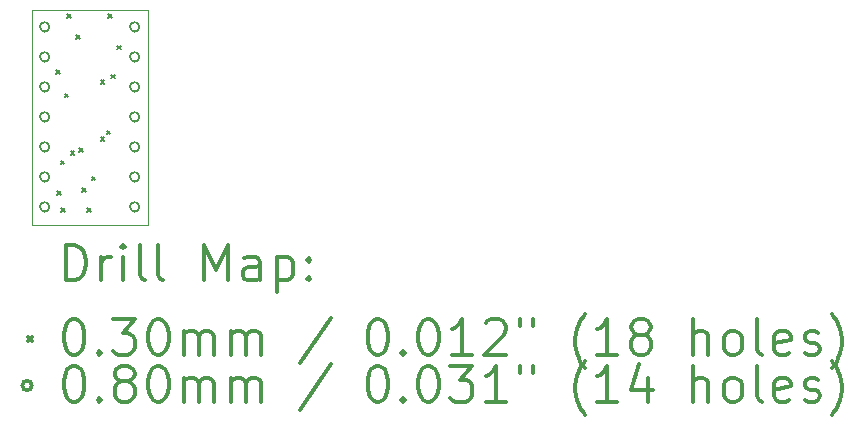
<source format=gbr>
%FSLAX45Y45*%
G04 Gerber Fmt 4.5, Leading zero omitted, Abs format (unit mm)*
G04 Created by KiCad (PCBNEW (5.1.5)-3) date 2020-07-23 01:10:51*
%MOMM*%
%LPD*%
G04 APERTURE LIST*
%TA.AperFunction,Profile*%
%ADD10C,0.050000*%
%TD*%
%ADD11C,0.200000*%
%ADD12C,0.300000*%
G04 APERTURE END LIST*
D10*
X11950700Y-9467850D02*
X11950700Y-7645400D01*
X12928600Y-9467850D02*
X11950700Y-9467850D01*
X12928600Y-7645400D02*
X12928600Y-9467850D01*
X11950700Y-7645400D02*
X12928600Y-7645400D01*
D11*
X12154350Y-8154700D02*
X12184350Y-8184700D01*
X12184350Y-8154700D02*
X12154350Y-8184700D01*
X12164300Y-9179800D02*
X12194300Y-9209800D01*
X12194300Y-9179800D02*
X12164300Y-9209800D01*
X12191300Y-8924200D02*
X12221300Y-8954200D01*
X12221300Y-8924200D02*
X12191300Y-8954200D01*
X12196050Y-9325850D02*
X12226050Y-9355850D01*
X12226050Y-9325850D02*
X12196050Y-9355850D01*
X12227800Y-8354300D02*
X12257800Y-8384300D01*
X12257800Y-8354300D02*
X12227800Y-8384300D01*
X12246850Y-7681200D02*
X12276850Y-7711200D01*
X12276850Y-7681200D02*
X12246850Y-7711200D01*
X12278600Y-8843250D02*
X12308600Y-8873250D01*
X12308600Y-8843250D02*
X12278600Y-8873250D01*
X12322649Y-7859000D02*
X12352649Y-7889000D01*
X12352649Y-7859000D02*
X12322649Y-7889000D01*
X12348450Y-8817850D02*
X12378450Y-8847850D01*
X12378450Y-8817850D02*
X12348450Y-8847850D01*
X12373850Y-9154400D02*
X12403850Y-9184400D01*
X12403850Y-9154400D02*
X12373850Y-9184400D01*
X12418300Y-9325850D02*
X12448300Y-9355850D01*
X12448300Y-9325850D02*
X12418300Y-9355850D01*
X12456400Y-9059150D02*
X12486400Y-9089150D01*
X12486400Y-9059150D02*
X12456400Y-9089150D01*
X12532600Y-8240000D02*
X12562600Y-8270000D01*
X12562600Y-8240000D02*
X12532600Y-8270000D01*
X12532600Y-8722600D02*
X12562600Y-8752600D01*
X12562600Y-8722600D02*
X12532600Y-8752600D01*
X12580860Y-8670530D02*
X12610860Y-8700530D01*
X12610860Y-8670530D02*
X12580860Y-8700530D01*
X12596100Y-7681200D02*
X12626100Y-7711200D01*
X12626100Y-7681200D02*
X12596100Y-7711200D01*
X12619650Y-8193700D02*
X12649650Y-8223700D01*
X12649650Y-8193700D02*
X12619650Y-8223700D01*
X12672300Y-7947900D02*
X12702300Y-7977900D01*
X12702300Y-7947900D02*
X12672300Y-7977900D01*
X12096850Y-7790200D02*
G75*
G03X12096850Y-7790200I-40000J0D01*
G01*
X12096850Y-8044200D02*
G75*
G03X12096850Y-8044200I-40000J0D01*
G01*
X12096850Y-8298200D02*
G75*
G03X12096850Y-8298200I-40000J0D01*
G01*
X12096850Y-8552200D02*
G75*
G03X12096850Y-8552200I-40000J0D01*
G01*
X12096850Y-8806200D02*
G75*
G03X12096850Y-8806200I-40000J0D01*
G01*
X12096850Y-9060200D02*
G75*
G03X12096850Y-9060200I-40000J0D01*
G01*
X12096850Y-9314200D02*
G75*
G03X12096850Y-9314200I-40000J0D01*
G01*
X12858850Y-7790200D02*
G75*
G03X12858850Y-7790200I-40000J0D01*
G01*
X12858850Y-8044200D02*
G75*
G03X12858850Y-8044200I-40000J0D01*
G01*
X12858850Y-8298200D02*
G75*
G03X12858850Y-8298200I-40000J0D01*
G01*
X12858850Y-8552200D02*
G75*
G03X12858850Y-8552200I-40000J0D01*
G01*
X12858850Y-8806200D02*
G75*
G03X12858850Y-8806200I-40000J0D01*
G01*
X12858850Y-9060200D02*
G75*
G03X12858850Y-9060200I-40000J0D01*
G01*
X12858850Y-9314200D02*
G75*
G03X12858850Y-9314200I-40000J0D01*
G01*
D12*
X12234628Y-9936064D02*
X12234628Y-9636064D01*
X12306057Y-9636064D01*
X12348914Y-9650350D01*
X12377486Y-9678922D01*
X12391771Y-9707493D01*
X12406057Y-9764636D01*
X12406057Y-9807493D01*
X12391771Y-9864636D01*
X12377486Y-9893207D01*
X12348914Y-9921779D01*
X12306057Y-9936064D01*
X12234628Y-9936064D01*
X12534628Y-9936064D02*
X12534628Y-9736064D01*
X12534628Y-9793207D02*
X12548914Y-9764636D01*
X12563200Y-9750350D01*
X12591771Y-9736064D01*
X12620343Y-9736064D01*
X12720343Y-9936064D02*
X12720343Y-9736064D01*
X12720343Y-9636064D02*
X12706057Y-9650350D01*
X12720343Y-9664636D01*
X12734628Y-9650350D01*
X12720343Y-9636064D01*
X12720343Y-9664636D01*
X12906057Y-9936064D02*
X12877486Y-9921779D01*
X12863200Y-9893207D01*
X12863200Y-9636064D01*
X13063200Y-9936064D02*
X13034628Y-9921779D01*
X13020343Y-9893207D01*
X13020343Y-9636064D01*
X13406057Y-9936064D02*
X13406057Y-9636064D01*
X13506057Y-9850350D01*
X13606057Y-9636064D01*
X13606057Y-9936064D01*
X13877486Y-9936064D02*
X13877486Y-9778922D01*
X13863200Y-9750350D01*
X13834628Y-9736064D01*
X13777486Y-9736064D01*
X13748914Y-9750350D01*
X13877486Y-9921779D02*
X13848914Y-9936064D01*
X13777486Y-9936064D01*
X13748914Y-9921779D01*
X13734628Y-9893207D01*
X13734628Y-9864636D01*
X13748914Y-9836064D01*
X13777486Y-9821779D01*
X13848914Y-9821779D01*
X13877486Y-9807493D01*
X14020343Y-9736064D02*
X14020343Y-10036064D01*
X14020343Y-9750350D02*
X14048914Y-9736064D01*
X14106057Y-9736064D01*
X14134628Y-9750350D01*
X14148914Y-9764636D01*
X14163200Y-9793207D01*
X14163200Y-9878922D01*
X14148914Y-9907493D01*
X14134628Y-9921779D01*
X14106057Y-9936064D01*
X14048914Y-9936064D01*
X14020343Y-9921779D01*
X14291771Y-9907493D02*
X14306057Y-9921779D01*
X14291771Y-9936064D01*
X14277486Y-9921779D01*
X14291771Y-9907493D01*
X14291771Y-9936064D01*
X14291771Y-9750350D02*
X14306057Y-9764636D01*
X14291771Y-9778922D01*
X14277486Y-9764636D01*
X14291771Y-9750350D01*
X14291771Y-9778922D01*
X11918200Y-10415350D02*
X11948200Y-10445350D01*
X11948200Y-10415350D02*
X11918200Y-10445350D01*
X12291771Y-10266064D02*
X12320343Y-10266064D01*
X12348914Y-10280350D01*
X12363200Y-10294636D01*
X12377486Y-10323207D01*
X12391771Y-10380350D01*
X12391771Y-10451779D01*
X12377486Y-10508922D01*
X12363200Y-10537493D01*
X12348914Y-10551779D01*
X12320343Y-10566064D01*
X12291771Y-10566064D01*
X12263200Y-10551779D01*
X12248914Y-10537493D01*
X12234628Y-10508922D01*
X12220343Y-10451779D01*
X12220343Y-10380350D01*
X12234628Y-10323207D01*
X12248914Y-10294636D01*
X12263200Y-10280350D01*
X12291771Y-10266064D01*
X12520343Y-10537493D02*
X12534628Y-10551779D01*
X12520343Y-10566064D01*
X12506057Y-10551779D01*
X12520343Y-10537493D01*
X12520343Y-10566064D01*
X12634628Y-10266064D02*
X12820343Y-10266064D01*
X12720343Y-10380350D01*
X12763200Y-10380350D01*
X12791771Y-10394636D01*
X12806057Y-10408922D01*
X12820343Y-10437493D01*
X12820343Y-10508922D01*
X12806057Y-10537493D01*
X12791771Y-10551779D01*
X12763200Y-10566064D01*
X12677486Y-10566064D01*
X12648914Y-10551779D01*
X12634628Y-10537493D01*
X13006057Y-10266064D02*
X13034628Y-10266064D01*
X13063200Y-10280350D01*
X13077486Y-10294636D01*
X13091771Y-10323207D01*
X13106057Y-10380350D01*
X13106057Y-10451779D01*
X13091771Y-10508922D01*
X13077486Y-10537493D01*
X13063200Y-10551779D01*
X13034628Y-10566064D01*
X13006057Y-10566064D01*
X12977486Y-10551779D01*
X12963200Y-10537493D01*
X12948914Y-10508922D01*
X12934628Y-10451779D01*
X12934628Y-10380350D01*
X12948914Y-10323207D01*
X12963200Y-10294636D01*
X12977486Y-10280350D01*
X13006057Y-10266064D01*
X13234628Y-10566064D02*
X13234628Y-10366064D01*
X13234628Y-10394636D02*
X13248914Y-10380350D01*
X13277486Y-10366064D01*
X13320343Y-10366064D01*
X13348914Y-10380350D01*
X13363200Y-10408922D01*
X13363200Y-10566064D01*
X13363200Y-10408922D02*
X13377486Y-10380350D01*
X13406057Y-10366064D01*
X13448914Y-10366064D01*
X13477486Y-10380350D01*
X13491771Y-10408922D01*
X13491771Y-10566064D01*
X13634628Y-10566064D02*
X13634628Y-10366064D01*
X13634628Y-10394636D02*
X13648914Y-10380350D01*
X13677486Y-10366064D01*
X13720343Y-10366064D01*
X13748914Y-10380350D01*
X13763200Y-10408922D01*
X13763200Y-10566064D01*
X13763200Y-10408922D02*
X13777486Y-10380350D01*
X13806057Y-10366064D01*
X13848914Y-10366064D01*
X13877486Y-10380350D01*
X13891771Y-10408922D01*
X13891771Y-10566064D01*
X14477486Y-10251779D02*
X14220343Y-10637493D01*
X14863200Y-10266064D02*
X14891771Y-10266064D01*
X14920343Y-10280350D01*
X14934628Y-10294636D01*
X14948914Y-10323207D01*
X14963200Y-10380350D01*
X14963200Y-10451779D01*
X14948914Y-10508922D01*
X14934628Y-10537493D01*
X14920343Y-10551779D01*
X14891771Y-10566064D01*
X14863200Y-10566064D01*
X14834628Y-10551779D01*
X14820343Y-10537493D01*
X14806057Y-10508922D01*
X14791771Y-10451779D01*
X14791771Y-10380350D01*
X14806057Y-10323207D01*
X14820343Y-10294636D01*
X14834628Y-10280350D01*
X14863200Y-10266064D01*
X15091771Y-10537493D02*
X15106057Y-10551779D01*
X15091771Y-10566064D01*
X15077486Y-10551779D01*
X15091771Y-10537493D01*
X15091771Y-10566064D01*
X15291771Y-10266064D02*
X15320343Y-10266064D01*
X15348914Y-10280350D01*
X15363200Y-10294636D01*
X15377486Y-10323207D01*
X15391771Y-10380350D01*
X15391771Y-10451779D01*
X15377486Y-10508922D01*
X15363200Y-10537493D01*
X15348914Y-10551779D01*
X15320343Y-10566064D01*
X15291771Y-10566064D01*
X15263200Y-10551779D01*
X15248914Y-10537493D01*
X15234628Y-10508922D01*
X15220343Y-10451779D01*
X15220343Y-10380350D01*
X15234628Y-10323207D01*
X15248914Y-10294636D01*
X15263200Y-10280350D01*
X15291771Y-10266064D01*
X15677486Y-10566064D02*
X15506057Y-10566064D01*
X15591771Y-10566064D02*
X15591771Y-10266064D01*
X15563200Y-10308922D01*
X15534628Y-10337493D01*
X15506057Y-10351779D01*
X15791771Y-10294636D02*
X15806057Y-10280350D01*
X15834628Y-10266064D01*
X15906057Y-10266064D01*
X15934628Y-10280350D01*
X15948914Y-10294636D01*
X15963200Y-10323207D01*
X15963200Y-10351779D01*
X15948914Y-10394636D01*
X15777486Y-10566064D01*
X15963200Y-10566064D01*
X16077486Y-10266064D02*
X16077486Y-10323207D01*
X16191771Y-10266064D02*
X16191771Y-10323207D01*
X16634628Y-10680350D02*
X16620343Y-10666064D01*
X16591771Y-10623207D01*
X16577486Y-10594636D01*
X16563200Y-10551779D01*
X16548914Y-10480350D01*
X16548914Y-10423207D01*
X16563200Y-10351779D01*
X16577486Y-10308922D01*
X16591771Y-10280350D01*
X16620343Y-10237493D01*
X16634628Y-10223207D01*
X16906057Y-10566064D02*
X16734628Y-10566064D01*
X16820343Y-10566064D02*
X16820343Y-10266064D01*
X16791771Y-10308922D01*
X16763200Y-10337493D01*
X16734628Y-10351779D01*
X17077486Y-10394636D02*
X17048914Y-10380350D01*
X17034628Y-10366064D01*
X17020343Y-10337493D01*
X17020343Y-10323207D01*
X17034628Y-10294636D01*
X17048914Y-10280350D01*
X17077486Y-10266064D01*
X17134628Y-10266064D01*
X17163200Y-10280350D01*
X17177486Y-10294636D01*
X17191771Y-10323207D01*
X17191771Y-10337493D01*
X17177486Y-10366064D01*
X17163200Y-10380350D01*
X17134628Y-10394636D01*
X17077486Y-10394636D01*
X17048914Y-10408922D01*
X17034628Y-10423207D01*
X17020343Y-10451779D01*
X17020343Y-10508922D01*
X17034628Y-10537493D01*
X17048914Y-10551779D01*
X17077486Y-10566064D01*
X17134628Y-10566064D01*
X17163200Y-10551779D01*
X17177486Y-10537493D01*
X17191771Y-10508922D01*
X17191771Y-10451779D01*
X17177486Y-10423207D01*
X17163200Y-10408922D01*
X17134628Y-10394636D01*
X17548914Y-10566064D02*
X17548914Y-10266064D01*
X17677486Y-10566064D02*
X17677486Y-10408922D01*
X17663200Y-10380350D01*
X17634628Y-10366064D01*
X17591771Y-10366064D01*
X17563200Y-10380350D01*
X17548914Y-10394636D01*
X17863200Y-10566064D02*
X17834628Y-10551779D01*
X17820343Y-10537493D01*
X17806057Y-10508922D01*
X17806057Y-10423207D01*
X17820343Y-10394636D01*
X17834628Y-10380350D01*
X17863200Y-10366064D01*
X17906057Y-10366064D01*
X17934628Y-10380350D01*
X17948914Y-10394636D01*
X17963200Y-10423207D01*
X17963200Y-10508922D01*
X17948914Y-10537493D01*
X17934628Y-10551779D01*
X17906057Y-10566064D01*
X17863200Y-10566064D01*
X18134628Y-10566064D02*
X18106057Y-10551779D01*
X18091771Y-10523207D01*
X18091771Y-10266064D01*
X18363200Y-10551779D02*
X18334628Y-10566064D01*
X18277486Y-10566064D01*
X18248914Y-10551779D01*
X18234628Y-10523207D01*
X18234628Y-10408922D01*
X18248914Y-10380350D01*
X18277486Y-10366064D01*
X18334628Y-10366064D01*
X18363200Y-10380350D01*
X18377486Y-10408922D01*
X18377486Y-10437493D01*
X18234628Y-10466064D01*
X18491771Y-10551779D02*
X18520343Y-10566064D01*
X18577486Y-10566064D01*
X18606057Y-10551779D01*
X18620343Y-10523207D01*
X18620343Y-10508922D01*
X18606057Y-10480350D01*
X18577486Y-10466064D01*
X18534628Y-10466064D01*
X18506057Y-10451779D01*
X18491771Y-10423207D01*
X18491771Y-10408922D01*
X18506057Y-10380350D01*
X18534628Y-10366064D01*
X18577486Y-10366064D01*
X18606057Y-10380350D01*
X18720343Y-10680350D02*
X18734628Y-10666064D01*
X18763200Y-10623207D01*
X18777486Y-10594636D01*
X18791771Y-10551779D01*
X18806057Y-10480350D01*
X18806057Y-10423207D01*
X18791771Y-10351779D01*
X18777486Y-10308922D01*
X18763200Y-10280350D01*
X18734628Y-10237493D01*
X18720343Y-10223207D01*
X11948200Y-10826350D02*
G75*
G03X11948200Y-10826350I-40000J0D01*
G01*
X12291771Y-10662064D02*
X12320343Y-10662064D01*
X12348914Y-10676350D01*
X12363200Y-10690636D01*
X12377486Y-10719207D01*
X12391771Y-10776350D01*
X12391771Y-10847779D01*
X12377486Y-10904922D01*
X12363200Y-10933493D01*
X12348914Y-10947779D01*
X12320343Y-10962064D01*
X12291771Y-10962064D01*
X12263200Y-10947779D01*
X12248914Y-10933493D01*
X12234628Y-10904922D01*
X12220343Y-10847779D01*
X12220343Y-10776350D01*
X12234628Y-10719207D01*
X12248914Y-10690636D01*
X12263200Y-10676350D01*
X12291771Y-10662064D01*
X12520343Y-10933493D02*
X12534628Y-10947779D01*
X12520343Y-10962064D01*
X12506057Y-10947779D01*
X12520343Y-10933493D01*
X12520343Y-10962064D01*
X12706057Y-10790636D02*
X12677486Y-10776350D01*
X12663200Y-10762064D01*
X12648914Y-10733493D01*
X12648914Y-10719207D01*
X12663200Y-10690636D01*
X12677486Y-10676350D01*
X12706057Y-10662064D01*
X12763200Y-10662064D01*
X12791771Y-10676350D01*
X12806057Y-10690636D01*
X12820343Y-10719207D01*
X12820343Y-10733493D01*
X12806057Y-10762064D01*
X12791771Y-10776350D01*
X12763200Y-10790636D01*
X12706057Y-10790636D01*
X12677486Y-10804922D01*
X12663200Y-10819207D01*
X12648914Y-10847779D01*
X12648914Y-10904922D01*
X12663200Y-10933493D01*
X12677486Y-10947779D01*
X12706057Y-10962064D01*
X12763200Y-10962064D01*
X12791771Y-10947779D01*
X12806057Y-10933493D01*
X12820343Y-10904922D01*
X12820343Y-10847779D01*
X12806057Y-10819207D01*
X12791771Y-10804922D01*
X12763200Y-10790636D01*
X13006057Y-10662064D02*
X13034628Y-10662064D01*
X13063200Y-10676350D01*
X13077486Y-10690636D01*
X13091771Y-10719207D01*
X13106057Y-10776350D01*
X13106057Y-10847779D01*
X13091771Y-10904922D01*
X13077486Y-10933493D01*
X13063200Y-10947779D01*
X13034628Y-10962064D01*
X13006057Y-10962064D01*
X12977486Y-10947779D01*
X12963200Y-10933493D01*
X12948914Y-10904922D01*
X12934628Y-10847779D01*
X12934628Y-10776350D01*
X12948914Y-10719207D01*
X12963200Y-10690636D01*
X12977486Y-10676350D01*
X13006057Y-10662064D01*
X13234628Y-10962064D02*
X13234628Y-10762064D01*
X13234628Y-10790636D02*
X13248914Y-10776350D01*
X13277486Y-10762064D01*
X13320343Y-10762064D01*
X13348914Y-10776350D01*
X13363200Y-10804922D01*
X13363200Y-10962064D01*
X13363200Y-10804922D02*
X13377486Y-10776350D01*
X13406057Y-10762064D01*
X13448914Y-10762064D01*
X13477486Y-10776350D01*
X13491771Y-10804922D01*
X13491771Y-10962064D01*
X13634628Y-10962064D02*
X13634628Y-10762064D01*
X13634628Y-10790636D02*
X13648914Y-10776350D01*
X13677486Y-10762064D01*
X13720343Y-10762064D01*
X13748914Y-10776350D01*
X13763200Y-10804922D01*
X13763200Y-10962064D01*
X13763200Y-10804922D02*
X13777486Y-10776350D01*
X13806057Y-10762064D01*
X13848914Y-10762064D01*
X13877486Y-10776350D01*
X13891771Y-10804922D01*
X13891771Y-10962064D01*
X14477486Y-10647779D02*
X14220343Y-11033493D01*
X14863200Y-10662064D02*
X14891771Y-10662064D01*
X14920343Y-10676350D01*
X14934628Y-10690636D01*
X14948914Y-10719207D01*
X14963200Y-10776350D01*
X14963200Y-10847779D01*
X14948914Y-10904922D01*
X14934628Y-10933493D01*
X14920343Y-10947779D01*
X14891771Y-10962064D01*
X14863200Y-10962064D01*
X14834628Y-10947779D01*
X14820343Y-10933493D01*
X14806057Y-10904922D01*
X14791771Y-10847779D01*
X14791771Y-10776350D01*
X14806057Y-10719207D01*
X14820343Y-10690636D01*
X14834628Y-10676350D01*
X14863200Y-10662064D01*
X15091771Y-10933493D02*
X15106057Y-10947779D01*
X15091771Y-10962064D01*
X15077486Y-10947779D01*
X15091771Y-10933493D01*
X15091771Y-10962064D01*
X15291771Y-10662064D02*
X15320343Y-10662064D01*
X15348914Y-10676350D01*
X15363200Y-10690636D01*
X15377486Y-10719207D01*
X15391771Y-10776350D01*
X15391771Y-10847779D01*
X15377486Y-10904922D01*
X15363200Y-10933493D01*
X15348914Y-10947779D01*
X15320343Y-10962064D01*
X15291771Y-10962064D01*
X15263200Y-10947779D01*
X15248914Y-10933493D01*
X15234628Y-10904922D01*
X15220343Y-10847779D01*
X15220343Y-10776350D01*
X15234628Y-10719207D01*
X15248914Y-10690636D01*
X15263200Y-10676350D01*
X15291771Y-10662064D01*
X15491771Y-10662064D02*
X15677486Y-10662064D01*
X15577486Y-10776350D01*
X15620343Y-10776350D01*
X15648914Y-10790636D01*
X15663200Y-10804922D01*
X15677486Y-10833493D01*
X15677486Y-10904922D01*
X15663200Y-10933493D01*
X15648914Y-10947779D01*
X15620343Y-10962064D01*
X15534628Y-10962064D01*
X15506057Y-10947779D01*
X15491771Y-10933493D01*
X15963200Y-10962064D02*
X15791771Y-10962064D01*
X15877486Y-10962064D02*
X15877486Y-10662064D01*
X15848914Y-10704922D01*
X15820343Y-10733493D01*
X15791771Y-10747779D01*
X16077486Y-10662064D02*
X16077486Y-10719207D01*
X16191771Y-10662064D02*
X16191771Y-10719207D01*
X16634628Y-11076350D02*
X16620343Y-11062064D01*
X16591771Y-11019207D01*
X16577486Y-10990636D01*
X16563200Y-10947779D01*
X16548914Y-10876350D01*
X16548914Y-10819207D01*
X16563200Y-10747779D01*
X16577486Y-10704922D01*
X16591771Y-10676350D01*
X16620343Y-10633493D01*
X16634628Y-10619207D01*
X16906057Y-10962064D02*
X16734628Y-10962064D01*
X16820343Y-10962064D02*
X16820343Y-10662064D01*
X16791771Y-10704922D01*
X16763200Y-10733493D01*
X16734628Y-10747779D01*
X17163200Y-10762064D02*
X17163200Y-10962064D01*
X17091771Y-10647779D02*
X17020343Y-10862064D01*
X17206057Y-10862064D01*
X17548914Y-10962064D02*
X17548914Y-10662064D01*
X17677486Y-10962064D02*
X17677486Y-10804922D01*
X17663200Y-10776350D01*
X17634628Y-10762064D01*
X17591771Y-10762064D01*
X17563200Y-10776350D01*
X17548914Y-10790636D01*
X17863200Y-10962064D02*
X17834628Y-10947779D01*
X17820343Y-10933493D01*
X17806057Y-10904922D01*
X17806057Y-10819207D01*
X17820343Y-10790636D01*
X17834628Y-10776350D01*
X17863200Y-10762064D01*
X17906057Y-10762064D01*
X17934628Y-10776350D01*
X17948914Y-10790636D01*
X17963200Y-10819207D01*
X17963200Y-10904922D01*
X17948914Y-10933493D01*
X17934628Y-10947779D01*
X17906057Y-10962064D01*
X17863200Y-10962064D01*
X18134628Y-10962064D02*
X18106057Y-10947779D01*
X18091771Y-10919207D01*
X18091771Y-10662064D01*
X18363200Y-10947779D02*
X18334628Y-10962064D01*
X18277486Y-10962064D01*
X18248914Y-10947779D01*
X18234628Y-10919207D01*
X18234628Y-10804922D01*
X18248914Y-10776350D01*
X18277486Y-10762064D01*
X18334628Y-10762064D01*
X18363200Y-10776350D01*
X18377486Y-10804922D01*
X18377486Y-10833493D01*
X18234628Y-10862064D01*
X18491771Y-10947779D02*
X18520343Y-10962064D01*
X18577486Y-10962064D01*
X18606057Y-10947779D01*
X18620343Y-10919207D01*
X18620343Y-10904922D01*
X18606057Y-10876350D01*
X18577486Y-10862064D01*
X18534628Y-10862064D01*
X18506057Y-10847779D01*
X18491771Y-10819207D01*
X18491771Y-10804922D01*
X18506057Y-10776350D01*
X18534628Y-10762064D01*
X18577486Y-10762064D01*
X18606057Y-10776350D01*
X18720343Y-11076350D02*
X18734628Y-11062064D01*
X18763200Y-11019207D01*
X18777486Y-10990636D01*
X18791771Y-10947779D01*
X18806057Y-10876350D01*
X18806057Y-10819207D01*
X18791771Y-10747779D01*
X18777486Y-10704922D01*
X18763200Y-10676350D01*
X18734628Y-10633493D01*
X18720343Y-10619207D01*
M02*

</source>
